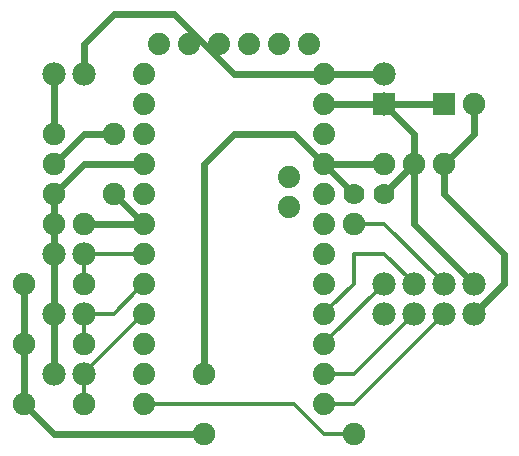
<source format=gbl>
G04 MADE WITH FRITZING*
G04 WWW.FRITZING.ORG*
G04 SINGLE SIDED*
G04 HOLES NOT PLATED*
G04 CONTOUR ON CENTER OF CONTOUR VECTOR*
%ASAXBY*%
%FSLAX23Y23*%
%MOIN*%
%OFA0B0*%
%SFA1.0B1.0*%
%ADD10C,0.075000*%
%ADD11C,0.078000*%
%ADD12C,0.074000*%
%ADD13C,0.070000*%
%ADD14R,0.078000X0.078000*%
%ADD15R,0.075000X0.075000*%
%ADD16C,0.024000*%
%ADD17C,0.012000*%
%LNCOPPER0*%
G90*
G70*
G54D10*
X159Y780D03*
X259Y780D03*
G54D11*
X259Y1280D03*
X159Y1280D03*
X259Y480D03*
X159Y480D03*
X259Y280D03*
X159Y280D03*
X259Y680D03*
X159Y680D03*
G54D10*
X59Y180D03*
X259Y180D03*
X59Y380D03*
X259Y380D03*
X59Y580D03*
X259Y580D03*
G54D11*
X1559Y580D03*
X1459Y580D03*
X1359Y580D03*
X1259Y580D03*
X1559Y580D03*
X1459Y580D03*
X1359Y580D03*
X1259Y580D03*
X1259Y480D03*
X1359Y480D03*
X1459Y480D03*
X1559Y480D03*
X1259Y1180D03*
X1259Y1280D03*
G54D12*
X1009Y1380D03*
X909Y1380D03*
X809Y1380D03*
X709Y1380D03*
X609Y1380D03*
X509Y1380D03*
X1059Y1280D03*
X1059Y1180D03*
X1059Y1080D03*
X1059Y980D03*
X1059Y880D03*
X944Y935D03*
X944Y835D03*
X1059Y780D03*
X1059Y680D03*
X1059Y580D03*
X1059Y480D03*
X1059Y380D03*
X1059Y280D03*
X1059Y180D03*
X459Y180D03*
X459Y280D03*
X459Y380D03*
X459Y480D03*
X459Y580D03*
X459Y680D03*
X459Y780D03*
X459Y880D03*
X459Y980D03*
X459Y1080D03*
X459Y1180D03*
X459Y1280D03*
G54D10*
X1159Y780D03*
X1159Y80D03*
X159Y1080D03*
X159Y980D03*
X159Y880D03*
X659Y80D03*
X659Y280D03*
X1259Y980D03*
X1359Y980D03*
X1459Y980D03*
G54D13*
X1159Y880D03*
X1259Y880D03*
G54D10*
X1459Y1180D03*
X1559Y1180D03*
X359Y1080D03*
X359Y880D03*
G54D14*
X1259Y1180D03*
G54D15*
X1459Y1180D03*
G54D16*
X1090Y1180D02*
X1229Y1180D01*
D02*
X1090Y1280D02*
X1229Y1280D01*
G54D17*
D02*
X259Y250D02*
X259Y209D01*
D02*
X259Y450D02*
X259Y409D01*
D02*
X259Y650D02*
X259Y609D01*
D02*
X1159Y180D02*
X1090Y180D01*
D02*
X1442Y463D02*
X1159Y180D01*
D02*
X1159Y280D02*
X1342Y463D01*
D02*
X1090Y280D02*
X1159Y280D01*
D02*
X1242Y563D02*
X1077Y399D01*
D02*
X1159Y680D02*
X1259Y680D01*
D02*
X1259Y680D02*
X1342Y598D01*
D02*
X1081Y502D02*
X1159Y580D01*
D02*
X1159Y580D02*
X1159Y680D01*
D02*
X289Y680D02*
X428Y680D01*
D02*
X289Y480D02*
X359Y480D01*
D02*
X359Y480D02*
X437Y558D01*
D02*
X280Y302D02*
X437Y458D01*
G54D16*
D02*
X159Y511D02*
X159Y650D01*
D02*
X159Y450D02*
X159Y311D01*
G54D17*
D02*
X1259Y780D02*
X1188Y780D01*
D02*
X1442Y598D02*
X1259Y780D01*
G54D16*
D02*
X59Y352D02*
X59Y209D01*
D02*
X59Y409D02*
X59Y552D01*
D02*
X428Y780D02*
X288Y780D01*
G54D17*
D02*
X959Y180D02*
X490Y180D01*
D02*
X1131Y80D02*
X1059Y80D01*
D02*
X1059Y80D02*
X959Y180D01*
G54D16*
D02*
X759Y1080D02*
X959Y1080D01*
D02*
X659Y980D02*
X759Y1080D01*
D02*
X959Y1080D02*
X1037Y1002D01*
D02*
X659Y309D02*
X659Y980D01*
D02*
X79Y160D02*
X159Y80D01*
D02*
X159Y80D02*
X631Y80D01*
D02*
X159Y752D02*
X159Y711D01*
D02*
X759Y1280D02*
X559Y1480D01*
D02*
X559Y1480D02*
X359Y1480D01*
D02*
X1028Y1280D02*
X759Y1280D01*
D02*
X359Y1480D02*
X259Y1380D01*
D02*
X259Y1380D02*
X259Y1311D01*
D02*
X1359Y1080D02*
X1359Y1009D01*
D02*
X1280Y1159D02*
X1359Y1080D01*
D02*
X1081Y958D02*
X1141Y899D01*
D02*
X1339Y960D02*
X1278Y899D01*
D02*
X1289Y1180D02*
X1431Y1180D01*
D02*
X1559Y1080D02*
X1559Y1152D01*
D02*
X1479Y1001D02*
X1559Y1080D01*
D02*
X1231Y980D02*
X1090Y980D01*
D02*
X1359Y780D02*
X1359Y952D01*
D02*
X1538Y602D02*
X1359Y780D01*
D02*
X159Y1109D02*
X159Y1250D01*
D02*
X159Y809D02*
X159Y880D01*
D02*
X1459Y880D02*
X1459Y952D01*
D02*
X1659Y680D02*
X1459Y880D01*
D02*
X1659Y580D02*
X1659Y680D01*
D02*
X1580Y502D02*
X1659Y580D01*
D02*
X179Y901D02*
X259Y980D01*
D02*
X259Y980D02*
X428Y980D01*
D02*
X379Y860D02*
X437Y802D01*
D02*
X179Y1001D02*
X259Y1080D01*
D02*
X259Y1080D02*
X331Y1080D01*
G04 End of Copper0*
M02*
</source>
